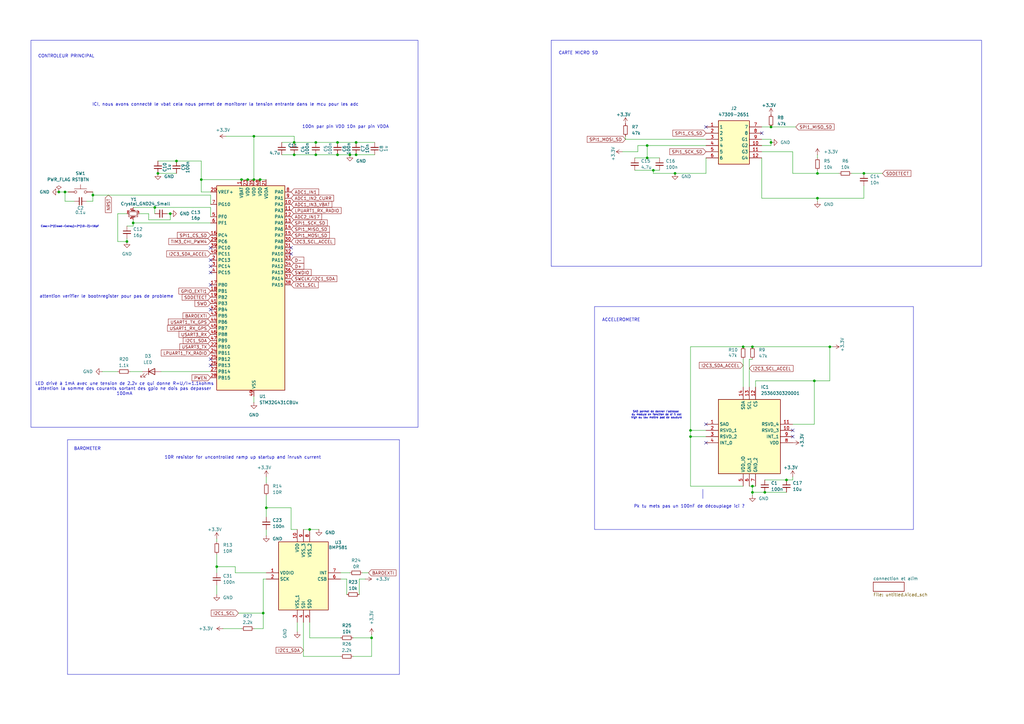
<source format=kicad_sch>
(kicad_sch (version 20231120) (generator "eeschema") (generator_version "8.0")
  (paper "A3")
  (lib_symbols
    (symbol "Device:C_Small" (pin_numbers hide) (pin_names (offset 0.254) hide)
      (property "Reference" "C" (at 0.254 1.778 0))
      (property "Value" "C_Small" (at 0.254 -2.032 0))
      (symbol "C_Small_0_1"
        (polyline (pts (xy -1.524 -0.508) (xy 1.524 -0.508)) (stroke (width 0.3302)))
        (polyline (pts (xy -1.524 0.508) (xy 1.524 0.508)) (stroke (width 0.3048)))
      )
      (symbol "C_Small_1_1"
        (pin passive line (at 0 2.54 270) (length 2.032) (name "~") (number "1"))
        (pin passive line (at 0 -2.54 90) (length 2.032) (name "~") (number "2"))
      )
    )
    (symbol "Device:Crystal_GND24_Small" (pin_names (offset 1.016) hide)
      (property "Reference" "Y" (at 1.27 4.445 0))
      (property "Value" "Crystal_GND24_Small" (at 1.27 2.54 0))
      (symbol "Crystal_GND24_Small_0_1"
        (rectangle (start -0.762 -1.524) (end 0.762 1.524))
        (polyline (pts (xy -1.27 -0.762) (xy -1.27 0.762)) (stroke (width 0.381)))
        (polyline (pts (xy 1.27 -0.762) (xy 1.27 0.762)) (stroke (width 0.381)))
        (polyline (pts (xy -1.27 -1.27) (xy -1.27 -1.905) (xy 1.27 -1.905) (xy 1.27 -1.27)))
        (polyline (pts (xy -1.27 1.27) (xy -1.27 1.905) (xy 1.27 1.905) (xy 1.27 1.27)))
      )
      (symbol "Crystal_GND24_Small_1_1"
        (pin passive line (at -2.54 0 0) (length 1.27) (name "1") (number "1"))
        (pin passive line (at 0 -2.54 90) (length 0.635) (name "2") (number "2"))
        (pin passive line (at 2.54 0 180) (length 1.27) (name "3") (number "3"))
        (pin passive line (at 0 2.54 270) (length 0.635) (name "4") (number "4"))
      )
    )
    (symbol "Device:LED" (pin_numbers hide) (pin_names (offset 1.016) hide)
      (property "Reference" "D" (at 0 2.54 0))
      (property "Value" "LED" (at 0 -2.54 0))
      (symbol "LED_0_1"
        (polyline (pts (xy -1.27 -1.27) (xy -1.27 1.27)) (stroke (width 0.254)))
        (polyline (pts (xy -1.27 0) (xy 1.27 0)))
        (polyline (pts (xy 1.27 -1.27) (xy 1.27 1.27) (xy -1.27 0) (xy 1.27 -1.27)) (stroke (width 0.254)))
        (polyline (pts (xy -3.048 -0.762) (xy -4.572 -2.286) (xy -3.81 -2.286) (xy -4.572 -2.286) (xy -4.572 -1.524)))
        (polyline (pts (xy -1.778 -0.762) (xy -3.302 -2.286) (xy -2.54 -2.286) (xy -3.302 -2.286) (xy -3.302 -1.524)))
      )
      (symbol "LED_1_1"
        (pin passive line (at -3.81 0 0) (length 2.54) (name "K") (number "1"))
        (pin passive line (at 3.81 0 180) (length 2.54) (name "A") (number "2"))
      )
    )
    (symbol "Device:R_Small" (pin_numbers hide) (pin_names (offset 0.254) hide)
      (property "Reference" "R" (at 0.762 0.508 0))
      (property "Value" "R_Small" (at 0.762 -1.016 0))
      (symbol "R_Small_0_1"
        (rectangle (start -0.762 1.778) (end 0.762 -1.778) (stroke (width 0.2032)))
      )
      (symbol "R_Small_1_1"
        (pin passive line (at 0 2.54 270) (length 0.762) (name "~") (number "1"))
        (pin passive line (at 0 -2.54 90) (length 0.762) (name "~") (number "2"))
      )
    )
    (symbol "MCU_ST_STM32G4:STM32G431CBUx"
      (property "Reference" "U" (at -12.7 44.45 0))
      (property "Value" "STM32G431CBUx" (at 10.16 44.45 0))
      (symbol "STM32G431CBUx_0_1"
        (rectangle (start -12.7 -40.64) (end 15.24 43.18) (stroke (width 0.254)) (fill (type background)))
      )
      (symbol "STM32G431CBUx_1_1"
        (pin power_in line (at -2.54 45.72 270) (length 2.54) (name "VBAT") (number "1"))
        (pin bidirectional line (at 17.78 35.56 180) (length 2.54) (name "PA2") (number "10"))
        (pin bidirectional line (at 17.78 33.02 180) (length 2.54) (name "PA3") (number "11"))
        (pin bidirectional line (at 17.78 30.48 180) (length 2.54) (name "PA4") (number "12"))
        (pin bidirectional line (at 17.78 27.94 180) (length 2.54) (name "PA5") (number "13"))
        (pin bidirectional line (at 17.78 25.4 180) (length 2.54) (name "PA6") (number "14"))
        (pin bidirectional line (at 17.78 22.86 180) (length 2.54) (name "PA7") (number "15"))
        (pin bidirectional line (at -15.24 22.86 0) (length 2.54) (name "PC4") (number "16"))
        (pin bidirectional line (at -15.24 2.54 0) (length 2.54) (name "PB0") (number "17"))
        (pin bidirectional line (at -15.24 0 0) (length 2.54) (name "PB1") (number "18"))
        (pin bidirectional line (at -15.24 -2.54 0) (length 2.54) (name "PB2") (number "19"))
        (pin bidirectional line (at -15.24 12.7 0) (length 2.54) (name "PC13") (number "2"))
        (pin input line (at -15.24 40.64 0) (length 2.54) (name "VREF+") (number "20"))
        (pin power_in line (at 7.62 45.72 270) (length 2.54) (name "VDDA") (number "21"))
        (pin bidirectional line (at -15.24 -22.86 0) (length 2.54) (name "PB10") (number "22"))
        (pin power_in line (at 0 45.72 270) (length 2.54) (name "VDD") (number "23"))
        (pin bidirectional line (at -15.24 -25.4 0) (length 2.54) (name "PB11") (number "24"))
        (pin bidirectional line (at -15.24 -27.94 0) (length 2.54) (name "PB12") (number "25"))
        (pin bidirectional line (at -15.24 -30.48 0) (length 2.54) (name "PB13") (number "26"))
        (pin bidirectional line (at -15.24 -33.02 0) (length 2.54) (name "PB14") (number "27"))
        (pin bidirectional line (at -15.24 -35.56 0) (length 2.54) (name "PB15") (number "28"))
        (pin bidirectional line (at -15.24 20.32 0) (length 2.54) (name "PC6") (number "29"))
        (pin bidirectional line (at -15.24 10.16 0) (length 2.54) (name "PC14") (number "3"))
        (pin bidirectional line (at 17.78 20.32 180) (length 2.54) (name "PA8") (number "30"))
        (pin bidirectional line (at 17.78 17.78 180) (length 2.54) (name "PA9") (number "31"))
        (pin bidirectional line (at 17.78 15.24 180) (length 2.54) (name "PA10") (number "32"))
        (pin bidirectional line (at 17.78 12.7 180) (length 2.54) (name "PA11") (number "33"))
        (pin bidirectional line (at 17.78 10.16 180) (length 2.54) (name "PA12") (number "34"))
        (pin power_in line (at 2.54 45.72 270) (length 2.54) (name "VDD") (number "35"))
        (pin bidirectional line (at 17.78 7.62 180) (length 2.54) (name "PA13") (number "36"))
        (pin bidirectional line (at 17.78 5.08 180) (length 2.54) (name "PA14") (number "37"))
        (pin bidirectional line (at 17.78 2.54 180) (length 2.54) (name "PA15") (number "38"))
        (pin bidirectional line (at -15.24 17.78 0) (length 2.54) (name "PC10") (number "39"))
        (pin bidirectional line (at -15.24 7.62 0) (length 2.54) (name "PC15") (number "4"))
        (pin bidirectional line (at -15.24 15.24 0) (length 2.54) (name "PC11") (number "40"))
        (pin bidirectional line (at -15.24 -5.08 0) (length 2.54) (name "PB3") (number "41"))
        (pin bidirectional line (at -15.24 -7.62 0) (length 2.54) (name "PB4") (number "42"))
        (pin bidirectional line (at -15.24 -10.16 0) (length 2.54) (name "PB5") (number "43"))
        (pin bidirectional line (at -15.24 -12.7 0) (length 2.54) (name "PB6") (number "44"))
        (pin bidirectional line (at -15.24 -15.24 0) (length 2.54) (name "PB7") (number "45"))
        (pin bidirectional line (at -15.24 -17.78 0) (length 2.54) (name "PB8") (number "46"))
        (pin bidirectional line (at -15.24 -20.32 0) (length 2.54) (name "PB9") (number "47"))
        (pin power_in line (at 5.08 45.72 270) (length 2.54) (name "VDD") (number "48"))
        (pin power_in line (at 2.54 -43.18 90) (length 2.54) (name "VSS") (number "49"))
        (pin bidirectional line (at -15.24 30.48 0) (length 2.54) (name "PF0") (number "5"))
        (pin bidirectional line (at -15.24 27.94 0) (length 2.54) (name "PF1") (number "6"))
        (pin bidirectional line (at -15.24 35.56 0) (length 2.54) (name "PG10") (number "7"))
        (pin bidirectional line (at 17.78 40.64 180) (length 2.54) (name "PA0") (number "8"))
        (pin bidirectional line (at 17.78 38.1 180) (length 2.54) (name "PA1") (number "9"))
      )
    )
    (symbol "Switch:SW_Push" (pin_numbers hide) (pin_names (offset 1.016) hide)
      (property "Reference" "SW" (at 1.27 2.54 0))
      (property "Value" "SW_Push" (at 0 -1.524 0))
      (symbol "SW_Push_0_1"
        (circle (center -2.032 0) (radius 0.508))
        (polyline (pts (xy 0 1.27) (xy 0 3.048)))
        (polyline (pts (xy 2.54 1.27) (xy -2.54 1.27)))
        (circle (center 2.032 0) (radius 0.508))
        (pin passive line (at -5.08 0 0) (length 2.54) (name "1") (number "1"))
        (pin passive line (at 5.08 0 180) (length 2.54) (name "2") (number "2"))
      )
    )
    (symbol "WSEN-ISDS:2536030320001"
      (property "Reference" "IC" (at 31.75 15.24 0))
      (property "Value" "2536030320001" (at 31.75 12.7 0))
      (symbol "2536030320001_1_1"
        (rectangle (start 5.08 10.16) (end 30.48 -20.32) (stroke (width 0.254)) (fill (type background)))
        (pin passive line (at 0 0 0) (length 5.08) (name "SAO") (number "1"))
        (pin passive line (at 35.56 -2.54 180) (length 5.08) (name "RSVD_3") (number "10"))
        (pin passive line (at 35.56 0 180) (length 5.08) (name "RSVD_4") (number "11"))
        (pin passive line (at 20.32 15.24 270) (length 5.08) (name "CS") (number "12"))
        (pin passive line (at 17.78 15.24 270) (length 5.08) (name "SCL") (number "13"))
        (pin passive line (at 15.24 15.24 270) (length 5.08) (name "SDA") (number "14"))
        (pin passive line (at 0 -2.54 0) (length 5.08) (name "RSVD_1") (number "2"))
        (pin passive line (at 0 -5.08 0) (length 5.08) (name "RSVD_2") (number "3"))
        (pin passive line (at 0 -7.62 0) (length 5.08) (name "INT_0") (number "4"))
        (pin passive line (at 15.24 -25.4 90) (length 5.08) (name "VDD_IO") (number "5"))
        (pin passive line (at 17.78 -25.4 90) (length 5.08) (name "GND_1") (number "6"))
        (pin passive line (at 20.32 -25.4 90) (length 5.08) (name "GND_2") (number "7"))
        (pin passive line (at 35.56 -7.62 180) (length 5.08) (name "VDD") (number "8"))
        (pin passive line (at 35.56 -5.08 180) (length 5.08) (name "INT_1") (number "9"))
      )
    )
    (symbol "bmp581:BMP581"
      (property "Reference" "U" (at 26.67 17.78 0))
      (property "Value" "BMP581" (at 26.67 15.24 0))
      (symbol "BMP581_1_1"
        (rectangle (start 5.08 12.7) (end 25.4 -15.24) (stroke (width 0.254)) (fill (type background)))
        (pin passive line (at 0 0 0) (length 5.08) (name "VDDIO") (number "1"))
        (pin passive line (at 12.7 17.78 270) (length 5.08) (name "VDD") (number "10"))
        (pin passive line (at 0 -2.54 0) (length 5.08) (name "SCK") (number "2"))
        (pin passive line (at 12.7 -20.32 90) (length 5.08) (name "VSS_1") (number "3"))
        (pin passive line (at 15.24 -20.32 90) (length 5.08) (name "SDI") (number "4"))
        (pin passive line (at 17.78 -20.32 90) (length 5.08) (name "SDO") (number "5"))
        (pin passive line (at 30.48 -2.54 180) (length 5.08) (name "CSB") (number "6"))
        (pin passive line (at 30.48 0 180) (length 5.08) (name "INT") (number "7"))
        (pin passive line (at 17.78 17.78 270) (length 5.08) (name "VSS_2") (number "8"))
        (pin passive line (at 15.24 17.78 270) (length 5.08) (name "VSS_3") (number "9"))
      )
    )
    (symbol "molex 47309-2651:47309-2651"
      (property "Reference" "J" (at 19.05 7.62 0))
      (property "Value" "47309-2651" (at 19.05 5.08 0))
      (symbol "47309-2651_1_1"
        (rectangle (start 5.08 2.54) (end 17.78 -15.24) (stroke (width 0.254)) (fill (type background)))
        (pin passive line (at 0 0 0) (length 5.08) (name "1") (number "1"))
        (pin passive line (at 22.86 -7.62 180) (length 5.08) (name "G2") (number "10"))
        (pin passive line (at 22.86 -10.16 180) (length 5.08) (name "G3") (number "11"))
        (pin passive line (at 22.86 -12.7 180) (length 5.08) (name "G4") (number "12"))
        (pin passive line (at 0 -2.54 0) (length 5.08) (name "2") (number "2"))
        (pin passive line (at 0 -5.08 0) (length 5.08) (name "3") (number "3"))
        (pin passive line (at 0 -7.62 0) (length 5.08) (name "4") (number "4"))
        (pin passive line (at 0 -10.16 0) (length 5.08) (name "5") (number "5"))
        (pin passive line (at 0 -12.7 0) (length 5.08) (name "6") (number "6"))
        (pin passive line (at 22.86 0 180) (length 5.08) (name "7") (number "7"))
        (pin passive line (at 22.86 -2.54 180) (length 5.08) (name "8") (number "8"))
        (pin passive line (at 22.86 -5.08 180) (length 5.08) (name "G1") (number "9"))
      )
    )
    (symbol "power:+3.3V" (power) (pin_numbers hide) (pin_names (offset 0) hide)
      (property "Value" "+3.3V" (at 0 3.556 0))
      (symbol "+3.3V_0_1"
        (polyline (pts (xy -0.762 1.27) (xy 0 2.54)))
        (polyline (pts (xy 0 0) (xy 0 2.54)))
        (polyline (pts (xy 0 2.54) (xy 0.762 1.27)))
      )
      (symbol "+3.3V_1_1"
        (pin power_in line (at 0 0 90) (length 0) (name "~") (number "1"))
      )
    )
    (symbol "power:GND" (power) (pin_numbers hide) (pin_names (offset 0) hide)
      (property "Value" "GND" (at 0 -3.81 0))
      (symbol "GND_0_1"
        (polyline (pts (xy 0 0) (xy 0 -1.27) (xy 1.27 -1.27) (xy 0 -2.54) (xy -1.27 -1.27) (xy 0 -1.27)))
      )
      (symbol "GND_1_1"
        (pin power_in line (at 0 0 270) (length 0) (name "~") (number "1"))
      )
    )
    (symbol "power:PWR_FLAG" (power) (pin_numbers hide) (pin_names (offset 0) hide)
      (property "Value" "PWR_FLAG" (at 0 3.81 0))
      (symbol "PWR_FLAG_0_0"
        (pin power_out line (at 0 0 90) (length 0) (name "~") (number "1"))
      )
      (symbol "PWR_FLAG_0_1"
        (polyline (pts (xy 0 0) (xy 0 1.27) (xy -1.016 1.905) (xy 0 2.54) (xy 1.016 1.905) (xy 0 1.27)))
      )
    )
  )
  (junction (at 313.69 201.93))
  (junction (at 276.86 71.12))
  (junction (at 283.21 176.53))
  (junction (at 88.9 232.41))
  (junction (at 82.55 73.66))
  (junction (at 107.95 251.46))
  (junction (at 146.05 63.5))
  (junction (at 152.4 261.62))
  (junction (at 265.43 64.77))
  (junction (at 316.23 58.42))
  (junction (at 308.61 142.24))
  (junction (at 308.61 201.93))
  (junction (at 138.43 58.42))
  (junction (at 138.43 63.5))
  (junction (at 104.14 55.88))
  (junction (at 120.65 63.5))
  (junction (at 69.85 87.63))
  (junction (at 26.67 78.74))
  (junction (at 54.61 91.44))
  (junction (at 64.77 71.12))
  (junction (at 127 217.17))
  (junction (at 334.01 156.21))
  (junction (at 120.65 58.42))
  (junction (at 335.28 71.12))
  (junction (at 143.51 63.5))
  (junction (at 340.36 142.24))
  (junction (at 129.54 58.42))
  (junction (at 308.61 199.39))
  (junction (at 267.97 69.85))
  (junction (at 304.8 142.24))
  (junction (at 283.21 179.07))
  (junction (at 63.5 85.09))
  (junction (at 104.14 73.66))
  (junction (at 354.33 71.12))
  (junction (at 146.05 58.42))
  (junction (at 24.13 78.74))
  (junction (at 99.06 73.66))
  (junction (at 106.68 73.66))
  (junction (at 101.6 73.66))
  (junction (at 52.07 99.06))
  (junction (at 38.1 80.01))
  (junction (at 316.23 52.07))
  (junction (at 335.28 81.28))
  (junction (at 109.22 208.28))
  (junction (at 72.39 66.04))
  (junction (at 265.43 59.69))
  (junction (at 129.54 63.5))
  (junction (at 322.58 196.85))
  (no_connect (at 86.36 106.68))
  (no_connect (at 119.38 101.6))
  (no_connect (at 289.56 52.07))
  (no_connect (at 86.36 127))
  (no_connect (at 325.12 176.53))
  (no_connect (at 86.36 111.76))
  (no_connect (at 86.36 116.84))
  (no_connect (at 325.12 179.07))
  (no_connect (at 289.56 181.61))
  (no_connect (at 86.36 147.32))
  (no_connect (at 289.56 173.99))
  (no_connect (at 86.36 101.6))
  (no_connect (at 86.36 149.86))
  (no_connect (at 86.36 109.22))
  (no_connect (at 119.38 104.14))
  (no_connect (at 312.42 54.61))
  (wire (pts (xy 48.26 99.06) (xy 52.07 99.06)))
  (wire (pts (xy 60.96 90.17) (xy 69.85 90.17)))
  (wire (pts (xy 308.61 199.39) (xy 308.61 201.93)))
  (wire (pts (xy 129.54 63.5) (xy 138.43 63.5)))
  (wire (pts (xy 88.9 220.98) (xy 88.9 222.25)))
  (wire (pts (xy 106.68 73.66) (xy 109.22 73.66)))
  (wire (pts (xy 60.96 87.63) (xy 60.96 90.17)))
  (wire (pts (xy 147.32 237.49) (xy 149.86 237.49)))
  (wire (pts (xy 69.85 90.17) (xy 69.85 87.63)))
  (wire (pts (xy 138.43 63.5) (xy 143.51 63.5)))
  (wire (pts (xy 144.78 261.62) (xy 152.4 261.62)))
  (wire (pts (xy 335.28 71.12) (xy 344.17 71.12)))
  (wire (pts (xy 334.01 156.21) (xy 340.36 156.21)))
  (wire (pts (xy 115.57 63.5) (xy 120.65 63.5)))
  (wire (pts (xy 88.9 240.03) (xy 88.9 243.84)))
  (wire (pts (xy 109.22 234.95) (xy 96.52 234.95)))
  (wire (pts (xy 119.38 208.28) (xy 109.22 208.28)))
  (wire (pts (xy 308.61 201.93) (xy 313.69 201.93)))
  (wire (pts (xy 26.67 78.74) (xy 27.94 78.74)))
  (wire (pts (xy 152.4 269.24) (xy 152.4 261.62)))
  (wire (pts (xy 283.21 179.07) (xy 283.21 176.53)))
  (wire (pts (xy 109.22 208.28) (xy 109.22 212.09)))
  (wire (pts (xy 322.58 196.85) (xy 325.12 196.85)))
  (wire (pts (xy 325.12 195.58) (xy 325.12 196.85)))
  (wire (pts (xy 86.36 85.09) (xy 86.36 88.9)))
  (wire (pts (xy 101.6 73.66) (xy 104.14 73.66)))
  (wire (pts (xy 64.77 71.12) (xy 72.39 71.12)))
  (wire (pts (xy 86.36 78.74) (xy 82.55 78.74)))
  (wire (pts (xy 120.65 55.88) (xy 120.65 58.42)))
  (wire (pts (xy 96.52 234.95) (xy 96.52 232.41)))
  (wire (pts (xy 115.57 58.42) (xy 120.65 58.42)))
  (wire (pts (xy 35.56 82.55) (xy 38.1 82.55)))
  (wire (pts (xy 307.34 147.32) (xy 308.61 147.32)))
  (wire (pts (xy 53.34 152.4) (xy 58.42 152.4)))
  (wire (pts (xy 325.12 62.23) (xy 325.12 71.12)))
  (wire (pts (xy 335.28 81.28) (xy 335.28 82.55)))
  (wire (pts (xy 38.1 80.01) (xy 38.1 82.55)))
  (wire (pts (xy 261.62 62.23) (xy 261.62 59.69)))
  (wire (pts (xy 63.5 85.09) (xy 63.5 87.63)))
  (wire (pts (xy 57.15 87.63) (xy 60.96 87.63)))
  (wire (pts (xy 26.67 82.55) (xy 26.67 78.74)))
  (wire (pts (xy 52.07 97.79) (xy 52.07 99.06)))
  (wire (pts (xy 109.22 195.58) (xy 109.22 198.12)))
  (wire (pts (xy 109.22 203.2) (xy 109.22 208.28)))
  (wire (pts (xy 121.92 255.27) (xy 121.92 259.08)))
  (wire (pts (xy 127 261.62) (xy 139.7 261.62)))
  (wire (pts (xy 54.61 91.44) (xy 86.36 91.44)))
  (wire (pts (xy 283.21 179.07) (xy 289.56 179.07)))
  (wire (pts (xy 38.1 80.01) (xy 86.36 80.01)))
  (wire (pts (xy 283.21 176.53) (xy 289.56 176.53)))
  (wire (pts (xy 99.06 73.66) (xy 101.6 73.66)))
  (wire (pts (xy 307.34 199.39) (xy 308.61 199.39)))
  (wire (pts (xy 308.61 199.39) (xy 309.88 199.39)))
  (wire (pts (xy 325.12 71.12) (xy 335.28 71.12)))
  (wire (pts (xy 325.12 173.99) (xy 334.01 173.99)))
  (wire (pts (xy 104.14 162.56) (xy 104.14 165.1)))
  (wire (pts (xy 142.24 243.84) (xy 142.24 237.49)))
  (wire (pts (xy 316.23 58.42) (xy 316.23 57.15)))
  (wire (pts (xy 316.23 59.69) (xy 316.23 58.42)))
  (wire (pts (xy 127 217.17) (xy 130.81 217.17)))
  (wire (pts (xy 104.14 73.66) (xy 106.68 73.66)))
  (wire (pts (xy 283.21 142.24) (xy 304.8 142.24)))
  (wire (pts (xy 88.9 232.41) (xy 88.9 234.95)))
  (wire (pts (xy 88.9 227.33) (xy 88.9 232.41)))
  (wire (pts (xy 316.23 52.07) (xy 312.42 52.07)))
  (wire (pts (xy 64.77 66.04) (xy 72.39 66.04)))
  (wire (pts (xy 52.07 92.71) (xy 54.61 92.71)))
  (polyline (pts (xy 288.29 200.66) (xy 288.29 204.47)))
  (wire (pts (xy 256.54 57.15) (xy 256.54 55.88)))
  (wire (pts (xy 256.54 57.15) (xy 289.56 57.15)))
  (wire (pts (xy 312.42 81.28) (xy 312.42 64.77)))
  (wire (pts (xy 334.01 173.99) (xy 334.01 156.21)))
  (wire (pts (xy 120.65 63.5) (xy 129.54 63.5)))
  (wire (pts (xy 104.14 55.88) (xy 120.65 55.88)))
  (wire (pts (xy 313.69 196.85) (xy 322.58 196.85)))
  (wire (pts (xy 54.61 91.44) (xy 54.61 90.17)))
  (wire (pts (xy 267.97 69.85) (xy 270.51 69.85)))
  (wire (pts (xy 146.05 58.42) (xy 153.67 58.42)))
  (wire (pts (xy 142.24 237.49) (xy 139.7 237.49)))
  (wire (pts (xy 68.58 87.63) (xy 69.85 87.63)))
  (wire (pts (xy 308.61 201.93) (xy 308.61 203.2)))
  (wire (pts (xy 349.25 71.12) (xy 354.33 71.12)))
  (wire (pts (xy 54.61 85.09) (xy 63.5 85.09)))
  (wire (pts (xy 307.34 158.75) (xy 307.34 147.32)))
  (wire (pts (xy 63.5 85.09) (xy 86.36 85.09)))
  (wire (pts (xy 335.28 63.5) (xy 335.28 64.77)))
  (wire (pts (xy 82.55 73.66) (xy 99.06 73.66)))
  (wire (pts (xy 309.88 156.21) (xy 334.01 156.21)))
  (wire (pts (xy 340.36 142.24) (xy 341.63 142.24)))
  (wire (pts (xy 312.42 59.69) (xy 316.23 59.69)))
  (wire (pts (xy 308.61 142.24) (xy 340.36 142.24)))
  (wire (pts (xy 66.04 152.4) (xy 86.36 152.4)))
  (wire (pts (xy 151.13 234.95) (xy 148.59 234.95)))
  (wire (pts (xy 96.52 232.41) (xy 88.9 232.41)))
  (wire (pts (xy 82.55 78.74) (xy 82.55 73.66)))
  (wire (pts (xy 340.36 156.21) (xy 340.36 142.24)))
  (wire (pts (xy 24.13 78.74) (xy 26.67 78.74)))
  (wire (pts (xy 124.46 255.27) (xy 124.46 269.24)))
  (wire (pts (xy 82.55 66.04) (xy 72.39 66.04)))
  (wire (pts (xy 304.8 142.24) (xy 308.61 142.24)))
  (wire (pts (xy 38.1 78.74) (xy 38.1 80.01)))
  (wire (pts (xy 139.7 234.95) (xy 143.51 234.95)))
  (wire (pts (xy 260.35 69.85) (xy 267.97 69.85)))
  (wire (pts (xy 289.56 71.12) (xy 276.86 71.12)))
  (wire (pts (xy 335.28 81.28) (xy 312.42 81.28)))
  (wire (pts (xy 30.48 82.55) (xy 26.67 82.55)))
  (wire (pts (xy 289.56 59.69) (xy 265.43 59.69)))
  (wire (pts (xy 104.14 257.81) (xy 107.95 257.81)))
  (wire (pts (xy 354.33 81.28) (xy 335.28 81.28)))
  (wire (pts (xy 52.07 87.63) (xy 48.26 87.63)))
  (wire (pts (xy 267.97 71.12) (xy 267.97 69.85)))
  (wire (pts (xy 147.32 243.84) (xy 147.32 237.49)))
  (wire (pts (xy 354.33 71.12) (xy 361.95 71.12)))
  (wire (pts (xy 138.43 58.42) (xy 146.05 58.42)))
  (wire (pts (xy 124.46 269.24) (xy 139.7 269.24)))
  (wire (pts (xy 107.95 251.46) (xy 97.79 251.46)))
  (wire (pts (xy 91.44 257.81) (xy 99.06 257.81)))
  (wire (pts (xy 261.62 59.69) (xy 265.43 59.69)))
  (wire (pts (xy 41.91 152.4) (xy 48.26 152.4)))
  (wire (pts (xy 143.51 63.5) (xy 146.05 63.5)))
  (wire (pts (xy 276.86 71.12) (xy 267.97 71.12)))
  (wire (pts (xy 86.36 80.01) (xy 86.36 83.82)))
  (wire (pts (xy 119.38 217.17) (xy 119.38 208.28)))
  (wire (pts (xy 146.05 63.5) (xy 153.67 63.5)))
  (wire (pts (xy 335.28 69.85) (xy 335.28 71.12)))
  (wire (pts (xy 82.55 73.66) (xy 82.55 66.04)))
  (wire (pts (xy 109.22 217.17) (xy 109.22 219.71)))
  (wire (pts (xy 127 255.27) (xy 127 261.62)))
  (wire (pts (xy 129.54 58.42) (xy 138.43 58.42)))
  (wire (pts (xy 107.95 237.49) (xy 107.95 251.46)))
  (wire (pts (xy 313.69 201.93) (xy 322.58 201.93)))
  (wire (pts (xy 152.4 261.62) (xy 152.4 260.35)))
  (wire (pts (xy 109.22 237.49) (xy 107.95 237.49)))
  (wire (pts (xy 316.23 57.15) (xy 312.42 57.15)))
  (wire (pts (xy 104.14 55.88) (xy 104.14 73.66)))
  (wire (pts (xy 92.71 55.88) (xy 104.14 55.88)))
  (wire (pts (xy 312.42 62.23) (xy 325.12 62.23)))
  (wire (pts (xy 54.61 92.71) (xy 54.61 91.44)))
  (wire (pts (xy 309.88 158.75) (xy 309.88 156.21)))
  (wire (pts (xy 289.56 64.77) (xy 289.56 71.12)))
  (wire (pts (xy 326.39 52.07) (xy 316.23 52.07)))
  (wire (pts (xy 265.43 64.77) (xy 270.51 64.77)))
  (wire (pts (xy 144.78 269.24) (xy 152.4 269.24)))
  (wire (pts (xy 255.27 62.23) (xy 261.62 62.23)))
  (wire (pts (xy 107.95 257.81) (xy 107.95 251.46)))
  (wire (pts (xy 265.43 59.69) (xy 265.43 64.77)))
  (wire (pts (xy 48.26 87.63) (xy 48.26 99.06)))
  (wire (pts (xy 121.92 217.17) (xy 119.38 217.17)))
  (wire (pts (xy 283.21 179.07) (xy 283.21 199.39)))
  (wire (pts (xy 260.35 64.77) (xy 265.43 64.77)))
  (wire (pts (xy 304.8 199.39) (xy 283.21 199.39)))
  (wire (pts (xy 124.46 217.17) (xy 127 217.17)))
  (wire (pts (xy 283.21 176.53) (xy 283.21 142.24)))
  (wire (pts (xy 304.8 147.32) (xy 304.8 158.75)))
  (wire (pts (xy 120.65 58.42) (xy 129.54 58.42)))
  (wire (pts (xy 354.33 76.2) (xy 354.33 81.28)))
  (rectangle (start 27.686 180.34) (end 163.83 276.606))
  (rectangle (start 243.84 125.73) (end 374.65 217.17))
  (rectangle (start 12.7 16.51) (end 171.45 175.26))
  (rectangle (start 226.06 16.51) (end 402.59 109.22))
  (text "Cosc=2*(Cload-Cstray)=2*(10-2)=16pF\n" (at 28.702 92.964 0) (effects (font (size 0.762 0.762))))
  (text "BAROMETER\n" (at 35.814 184.15 0) (effects (font (size 1.27 1.27))))
  (text "10R resistor for uncontrolled ramp up startup and inrush current" (at 99.568 187.706 0) (effects (font (size 1.27 1.27))))
  (text "LED drivé à 1mA avec une tension de 2.2v ce qui donne R=U/I=1.1kohms\nattention la somme des courants sortant des gpio ne dois pas depasser\n100mA" (at 51.054 159.512 0) (effects (font (size 1.27 1.27))))
  (text "CONTROLEUR PRINCIPAL" (at 27.178 23.114 0) (effects (font (size 1.27 1.27))))
  (text "CARTE MICRO SD" (at 237.236 21.844 0) (effects (font (size 1.27 1.27))))
  (text "SAO permet de donner l'adresse\n du module en fonction de si il est\n high ou low mettre pad de soudure" (at 268.986 170.18 0) (effects (font (size 0.762 0.762))))
  (text "ICI, nous avons connecté le vbat cela nous permet de monitorer la tension entrante dans le mcu pour les adc" (at 92.456 42.926 0) (effects (font (size 1.27 1.27))))
  (text "Pk tu mets pas un 100nF de découplage ici ?" (at 282.702 207.772 0) (effects (font (size 1.27 1.27))))
  (text "100n par pin VDD 10n par pin VDDA" (at 141.732 52.07 0) (effects (font (size 1.27 1.27))))
  (text "ACCELEROMETRE" (at 254.762 131.318 0) (effects (font (size 1.27 1.27))))
  (text "attention verifier le bootnregister pour pas de probleme" (at 43.688 121.666 0) (effects (font (size 1.27 1.27))))
  (global_label "D+" (shape input) (at 119.38 109.22 0) (property "Intersheetrefs" "${INTERSHEET_REFS}" (effects (hide yes))))
  (global_label "SWO" (shape input) (at 86.36 124.46 180) (property "Intersheetrefs" "${INTERSHEET_REFS}" (effects (hide yes))))
  (global_label "SPI1_CS_SD" (shape input) (at 86.36 96.52 180) (property "Intersheetrefs" "${INTERSHEET_REFS}" (effects (hide yes))))
  (global_label "USART1_TX_GPS" (shape input) (at 86.36 132.08 180) (property "Intersheetrefs" "${INTERSHEET_REFS}" (effects (hide yes))))
  (global_label "SPI1_MOSI_SD" (shape input) (at 256.54 57.15 180) (property "Intersheetrefs" "${INTERSHEET_REFS}" (effects (hide yes))))
  (global_label "LPUART1_RX_RADIO" (shape input) (at 119.38 86.36 0) (property "Intersheetrefs" "${INTERSHEET_REFS}" (effects (hide yes))))
  (global_label "BAROEXTI" (shape input) (at 86.36 129.54 180) (property "Intersheetrefs" "${INTERSHEET_REFS}" (effects (hide yes))))
  (global_label "I2C1_SCL" (shape input) (at 119.38 116.84 0) (property "Intersheetrefs" "${INTERSHEET_REFS}" (effects (hide yes))))
  (global_label "I2C3_SDA_ACCEL" (shape input) (at 304.8 149.86 180) (property "Intersheetrefs" "${INTERSHEET_REFS}" (effects (hide yes))))
  (global_label "I2C1_SCL" (shape input) (at 97.79 251.46 180) (property "Intersheetrefs" "${INTERSHEET_REFS}" (effects (hide yes))))
  (global_label "I2C1_SDA" (shape input) (at 124.46 266.7 180) (property "Intersheetrefs" "${INTERSHEET_REFS}" (effects (hide yes))))
  (global_label "SPI1_SCK_SD" (shape input) (at 289.56 62.23 180) (property "Intersheetrefs" "${INTERSHEET_REFS}" (effects (hide yes))))
  (global_label "ADC1_IN3_VBAT" (shape input) (at 119.38 83.82 0) (property "Intersheetrefs" "${INTERSHEET_REFS}" (effects (hide yes))))
  (global_label "I2C3_SCL_ACCEL" (shape input) (at 119.38 99.06 0) (property "Intersheetrefs" "${INTERSHEET_REFS}" (effects (hide yes))))
  (global_label "SWCLK{slash}I2C1_SDA" (shape input) (at 119.38 114.3 0) (property "Intersheetrefs" "${INTERSHEET_REFS}" (effects (hide yes))))
  (global_label "SPI1_MISO_SD" (shape input) (at 326.39 52.07 0) (property "Intersheetrefs" "${INTERSHEET_REFS}" (effects (hide yes))))
  (global_label "USART1_RX_GPS" (shape input) (at 86.36 134.62 180) (property "Intersheetrefs" "${INTERSHEET_REFS}" (effects (hide yes))))
  (global_label "SPI1_MISO_SD" (shape input) (at 119.38 93.98 0) (property "Intersheetrefs" "${INTERSHEET_REFS}" (effects (hide yes))))
  (global_label "I2C3_SDA_ACCEL" (shape input) (at 86.36 104.14 180) (property "Intersheetrefs" "${INTERSHEET_REFS}" (effects (hide yes))))
  (global_label "ADC1_IN1" (shape input) (at 119.38 78.74 0) (property "Intersheetrefs" "${INTERSHEET_REFS}" (effects (hide yes))))
  (global_label "SDDETECT" (shape input) (at 86.36 121.92 180) (property "Intersheetrefs" "${INTERSHEET_REFS}" (effects (hide yes))))
  (global_label "I2C3_SCL_ACCEL" (shape input) (at 307.34 151.13 0) (property "Intersheetrefs" "${INTERSHEET_REFS}" (effects (hide yes))))
  (global_label "TIM3_CHI_PWM4" (shape input) (at 86.36 99.06 180) (property "Intersheetrefs" "${INTERSHEET_REFS}" (effects (hide yes))))
  (global_label "BAROEXTI" (shape input) (at 151.13 234.95 0) (property "Intersheetrefs" "${INTERSHEET_REFS}" (effects (hide yes))))
  (global_label "NRST" (shape input) (at 44.45 80.01 270) (property "Intersheetrefs" "${INTERSHEET_REFS}" (effects (hide yes))))
  (global_label "I2C1_SDA" (shape input) (at 86.36 139.7 180) (property "Intersheetrefs" "${INTERSHEET_REFS}" (effects (hide yes))))
  (global_label "SPI1_SCK_SD" (shape input) (at 119.38 91.44 0) (property "Intersheetrefs" "${INTERSHEET_REFS}" (effects (hide yes))))
  (global_label "SDDETECT" (shape input) (at 361.95 71.12 0) (property "Intersheetrefs" "${INTERSHEET_REFS}" (effects (hide yes))))
  (global_label "USART3_TX" (shape input) (at 86.36 142.24 180) (property "Intersheetrefs" "${INTERSHEET_REFS}" (effects (hide yes))))
  (global_label "SWDIO" (shape input) (at 119.38 111.76 0) (property "Intersheetrefs" "${INTERSHEET_REFS}" (effects (hide yes))))
  (global_label "GPIO_EXTI1" (shape input) (at 86.36 119.38 180) (property "Intersheetrefs" "${INTERSHEET_REFS}" (effects (hide yes))))
  (global_label "D-" (shape input) (at 119.38 106.68 0) (property "Intersheetrefs" "${INTERSHEET_REFS}" (effects (hide yes))))
  (global_label "ADC2_IN17" (shape input) (at 119.38 88.9 0) (property "Intersheetrefs" "${INTERSHEET_REFS}" (effects (hide yes))))
  (global_label "SPI1_MOSI_SD" (shape input) (at 119.38 96.52 0) (property "Intersheetrefs" "${INTERSHEET_REFS}" (effects (hide yes))))
  (global_label "ADC1_IN2_CURR" (shape input) (at 119.38 81.28 0) (property "Intersheetrefs" "${INTERSHEET_REFS}" (effects (hide yes))))
  (global_label "LPUART1_TX_RADIO" (shape input) (at 86.36 144.78 180) (property "Intersheetrefs" "${INTERSHEET_REFS}" (effects (hide yes))))
  (global_label "USART3_RX" (shape input) (at 86.36 137.16 180) (property "Intersheetrefs" "${INTERSHEET_REFS}" (effects (hide yes))))
  (global_label "PWEN" (shape input) (at 86.36 154.94 180) (property "Intersheetrefs" "${INTERSHEET_REFS}" (effects (hide yes))))
  (global_label "SPI1_CS_SD" (shape input) (at 289.56 54.61 180) (property "Intersheetrefs" "${INTERSHEET_REFS}" (effects (hide yes))))
  (symbol (lib_id "power:GND") (at 52.07 99.06 0) (unit 1)
    (property "Reference" "#PWR012" (effects (hide yes)))
    (property "Value" "GND" (at 52.07 104.14 0))
    (property "Description" "Power symbol creates a global label with name \"GND\" , ground" (effects (hide yes)))
  )
  (symbol (lib_id "Device:R_Small") (at 304.8 144.78 180) (unit 1)
    (property "Reference" "R10" (at 298.704 143.51 0) (effects (justify right)))
    (property "Value" "47k" (at 298.704 145.796 0) (effects (justify right)))
    (property "Footprint" "Resistor_SMD:R_0402_1005Metric_Pad0.72x0.64mm_HandSolder" (effects (hide yes)))
    (property "Description" "Resistor, small symbol" (effects (hide yes)))
  )
  (symbol (lib_id "power:+3.3V") (at 255.27 62.23 90) (unit 1)
    (property "Reference" "#PWR016" (effects (hide yes)))
    (property "Value" "+3.3V" (at 251.46 66.04 0) (effects (justify left)))
    (property "Description" "Power symbol creates a global label with name \"+3.3V\"" (effects (hide yes)))
  )
  (symbol (lib_id "bmp581:BMP581") (at 109.22 234.95 0) (unit 1)
    (property "Reference" "U3" (at 138.684 222.504 0))
    (property "Value" "BMP581" (at 138.684 224.536 0))
    (property "Footprint" "bmp581:BMP581" (effects (hide yes)))
    (property "Datasheet" "https://www.bosch-sensortec.com/media/boschsensortec/downloads/datasheets/bst-bmp581-ds004.pdf" (effects (hide yes)))
    (property "Description" "Pressure Sensor 4.35PSI ~ 18.13PSI (30kPa ~ 125kPa) Absolute 10-WFLGA" (effects (hide yes)))
    (property "Height" "0.8" (effects (hide yes)))
    (property "Manufacturer_Name" "BOSCH" (effects (hide yes)))
    (property "Manufacturer_Part_Number" "BMP581" (effects (hide yes)))
    (property "Mouser Part Number" "262-BMP581" (effects (hide yes)))
    (property "Mouser Price/Stock" "https://www.mouser.co.uk/ProductDetail/Bosch-Sensortec/BMP581?qs=Li%252BoUPsLEntPL9tlFmcgXg%3D%3D" (effects (hide yes)))
    (property "Arrow Part Number" "BMP581" (effects (hide yes)))
    (property "Arrow Price/Stock" "https://www.arrow.com/en/products/bmp581/bosch?utm_currency=USD&region=nac" (effects (hide yes)))
  )
  (symbol (lib_id "Device:R_Small") (at 109.22 200.66 0) (unit 1)
    (property "Reference" "R14" (at 111.76 199.3899 0) (effects (justify left)))
    (property "Value" "10R" (at 111.76 201.9299 0) (effects (justify left)))
    (property "Footprint" "Resistor_SMD:R_0402_1005Metric_Pad0.72x0.64mm_HandSolder" (effects (hide yes)))
    (property "Description" "Resistor, small symbol" (effects (hide yes)))
  )
  (symbol (lib_id "power:+3.3V") (at 149.86 237.49 270) (unit 1)
    (property "Reference" "#PWR06" (effects (hide yes)))
    (property "Value" "+3.3V" (at 153.924 237.49 90) (effects (justify left)))
    (property "Description" "Power symbol creates a global label with name \"+3.3V\"" (effects (hide yes)))
  )
  (symbol (lib_id "power:+3.3V") (at 152.4 260.35 0) (unit 1)
    (property "Reference" "#PWR02" (effects (hide yes)))
    (property "Value" "+3.3V" (at 152.4 256.286 90) (effects (justify left)))
    (property "Description" "Power symbol creates a global label with name \"+3.3V\"" (effects (hide yes)))
  )
  (symbol (lib_id "molex 47309-2651:47309-2651") (at 289.56 52.07 0) (unit 1)
    (property "Reference" "J2" (at 300.99 44.45 0))
    (property "Value" "47309-2651" (at 300.99 46.99 0))
    (property "Footprint" "molexmicrosd:47309-2651" (effects (hide yes)))
    (property "Datasheet" "http://www.molex.com/webdocs/datasheets/pdf/en-us//0473092651_MEMORY_CARD_SOCKET.pdf" (effects (hide yes)))
    (property "Description" "1 Micro SD Detect switch 2.65mm height" (effects (hide yes)))
    (property "Manufacturer_Name" "Molex" (effects (hide yes)))
    (property "Manufacturer_Part_Number" "47309-2651" (effects (hide yes)))
  )
  (symbol (lib_id "Device:C_Small") (at 66.04 87.63 270) (unit 1)
    (property "Reference" "C13" (at 80.264 87.122 90))
    (property "Value" "16p" (at 80.264 89.408 90))
    (property "Footprint" "Capacitor_SMD:C_0402_1005Metric_Pad0.74x0.62mm_HandSolder" (effects (hide yes)))
    (property "Description" "Unpolarized capacitor, small symbol" (effects (hide yes)))
  )
  (symbol (lib_id "Device:C_Small") (at 129.54 60.96 180) (unit 1)
    (property "Reference" "C5" (at 133.604 60.96 90))
    (property "Value" "100n" (at 135.382 60.96 90))
    (property "Footprint" "Capacitor_SMD:C_0402_1005Metric_Pad0.74x0.62mm_HandSolder" (effects (hide yes)))
    (property "Description" "Unpolarized capacitor, small symbol" (effects (hide yes)))
  )
  (symbol (lib_id "Device:C_Small") (at 52.07 95.25 0) (unit 1)
    (property "Reference" "C12" (at 54.61 93.9862 0) (effects (justify left)))
    (property "Value" "16p" (at 54.61 96.5262 0) (effects (justify left)))
    (property "Footprint" "Capacitor_SMD:C_0402_1005Metric_Pad0.74x0.62mm_HandSolder" (effects (hide yes)))
    (property "Description" "Unpolarized capacitor, small symbol" (effects (hide yes)))
  )
  (symbol (lib_id "WSEN-ISDS:2536030320001") (at 289.56 173.99 0) (unit 1)
    (property "Reference" "IC1" (at 312.0741 158.75 0) (effects (justify left)))
    (property "Value" "2536030320001" (at 312.0741 161.29 0) (effects (justify left)))
    (property "Footprint" "WSEN-ISDS:2536030320001" (effects (hide yes)))
    (property "Datasheet" "https://www.we-online.com/components/products/datasheet/2536030320001.pdf" (effects (hide yes)))
    (property "Description" "IMUs - Inertial Measurement Units WSEN-ISDS IMU 6-axis (Inertial measurement unit) +/-16g, +/-2000 dps,-40 +/- 85C" (effects (hide yes)))
    (property "Height" "0.86" (effects (hide yes)))
    (property "Manufacturer_Name" "Wurth Elektronik" (effects (hide yes)))
    (property "Manufacturer_Part_Number" "2536030320001" (effects (hide yes)))
    (property "Mouser Part Number" "710-2536030320001" (effects (hide yes)))
    (property "Mouser Price/Stock" "https://www.mouser.co.uk/ProductDetail/Wurth-Elektronik/2536030320001?qs=ulEaXIWI0c9qLb0BLguFyA%3D%3D" (effects (hide yes)))
  )
  (symbol (lib_id "Device:C_Small") (at 72.39 68.58 180) (unit 1)
    (property "Reference" "C9" (at 75.184 68.58 90))
    (property "Value" "100n" (at 76.962 68.58 90))
    (property "Footprint" "Capacitor_SMD:C_0402_1005Metric_Pad0.74x0.62mm_HandSolder" (effects (hide yes)))
    (property "Description" "Unpolarized capacitor, small symbol" (effects (hide yes)))
  )
  (symbol (lib_id "power:+3.3V") (at 91.44 257.81 90) (unit 1)
    (property "Reference" "#PWR03" (effects (hide yes)))
    (property "Value" "+3.3V" (at 87.376 257.81 90) (effects (justify left)))
    (property "Description" "Power symbol creates a global label with name \"+3.3V\"" (effects (hide yes)))
  )
  (symbol (lib_id "power:GND") (at 69.85 87.63 90) (unit 1)
    (property "Reference" "#PWR011" (effects (hide yes)))
    (property "Value" "GND" (at 73.66 87.6299 90) (effects (justify right)))
    (property "Description" "Power symbol creates a global label with name \"GND\" , ground" (effects (hide yes)))
  )
  (symbol (lib_id "power:+3.3V") (at 256.54 50.8 0) (unit 1)
    (property "Reference" "#PWR017" (effects (hide yes)))
    (property "Value" "+3.3V" (at 252.73 46.99 0) (effects (justify left)))
    (property "Description" "Power symbol creates a global label with name \"+3.3V\"" (effects (hide yes)))
  )
  (symbol (lib_id "Device:R_Small") (at 88.9 224.79 0) (unit 1)
    (property "Reference" "R13" (at 91.44 223.5199 0) (effects (justify left)))
    (property "Value" "10R" (at 91.44 226.0599 0) (effects (justify left)))
    (property "Footprint" "Resistor_SMD:R_0402_1005Metric_Pad0.72x0.64mm_HandSolder" (effects (hide yes)))
    (property "Description" "Resistor, small symbol" (effects (hide yes)))
  )
  (symbol (lib_id "Device:R_Small") (at 101.6 257.81 90) (unit 1)
    (property "Reference" "R27" (at 101.6 252.73 90))
    (property "Value" "2.2k" (at 101.6 255.27 90))
    (property "Footprint" "Resistor_SMD:R_0402_1005Metric_Pad0.72x0.64mm_HandSolder" (effects (hide yes)))
    (property "Description" "Resistor, small symbol" (effects (hide yes)))
  )
  (symbol (lib_id "power:GND") (at 88.9 243.84 0) (unit 1)
    (property "Reference" "#PWR037" (effects (hide yes)))
    (property "Value" "GND" (at 91.44 245.1099 0) (effects (justify left)))
    (property "Description" "Power symbol creates a global label with name \"GND\" , ground" (effects (hide yes)))
  )
  (symbol (lib_id "power:PWR_FLAG") (at 24.13 78.74 0) (unit 1)
    (property "Reference" "#FLG01" (effects (hide yes)))
    (property "Value" "PWR_FLAG" (at 24.13 73.66 0))
    (property "Description" "Special symbol for telling ERC where power comes from" (effects (hide yes)))
  )
  (symbol (lib_id "Device:C_Small") (at 138.43 60.96 180) (unit 1)
    (property "Reference" "C6" (at 141.224 60.96 90))
    (property "Value" "100n" (at 143.002 60.96 90))
    (property "Footprint" "Capacitor_SMD:C_0402_1005Metric_Pad0.74x0.62mm_HandSolder" (effects (hide yes)))
    (property "Description" "Unpolarized capacitor, small symbol" (effects (hide yes)))
  )
  (symbol (lib_id "Device:C_Small") (at 64.77 68.58 180) (unit 1)
    (property "Reference" "C10" (at 67.564 68.58 90))
    (property "Value" "1u" (at 69.342 68.58 90))
    (property "Footprint" "Capacitor_SMD:C_0402_1005Metric_Pad0.74x0.62mm_HandSolder" (effects (hide yes)))
    (property "Description" "Unpolarized capacitor, small symbol" (effects (hide yes)))
  )
  (symbol (lib_id "power:GND") (at 276.86 71.12 0) (unit 1)
    (property "Reference" "#PWR019" (effects (hide yes)))
    (property "Value" "GND" (at 279.4 72.3899 0) (effects (justify left)))
    (property "Description" "Power symbol creates a global label with name \"GND\" , ground" (effects (hide yes)))
  )
  (symbol (lib_id "Device:C_Small") (at 120.65 60.96 180) (unit 1)
    (property "Reference" "C4" (at 124.206 61.214 90))
    (property "Value" "100n" (at 125.984 60.96 90))
    (property "Footprint" "Capacitor_SMD:C_0402_1005Metric_Pad0.74x0.62mm_HandSolder" (effects (hide yes)))
    (property "Description" "Unpolarized capacitor, small symbol" (effects (hide yes)))
  )
  (symbol (lib_id "Device:C_Small") (at 153.67 60.96 180) (unit 1)
    (property "Reference" "C8" (at 156.464 60.96 90))
    (property "Value" "1u" (at 158.242 60.96 90))
    (property "Footprint" "Capacitor_SMD:C_0402_1005Metric_Pad0.74x0.62mm_HandSolder" (effects (hide yes)))
    (property "Description" "Unpolarized capacitor, small symbol" (effects (hide yes)))
  )
  (symbol (lib_id "power:+3.3V") (at 325.12 195.58 0) (unit 1)
    (property "Reference" "#PWR022" (effects (hide yes)))
    (property "Value" "+3.3V" (at 321.31 191.77 0) (effects (justify left)))
    (property "Description" "Power symbol creates a global label with name \"+3.3V\"" (effects (hide yes)))
  )
  (symbol (lib_id "power:GND") (at 316.23 58.42 90) (unit 1)
    (property "Reference" "#PWR015" (effects (hide yes)))
    (property "Value" "GND" (at 320.04 58.4199 90) (effects (justify right)))
    (property "Description" "Power symbol creates a global label with name \"GND\" , ground" (effects (hide yes)))
  )
  (symbol (lib_id "Device:R_Small") (at 308.61 144.78 0) (unit 1)
    (property "Reference" "R9" (at 311.15 143.5099 0) (effects (justify left)))
    (property "Value" "47k" (at 311.15 146.0499 0) (effects (justify left)))
    (property "Footprint" "Resistor_SMD:R_0402_1005Metric_Pad0.72x0.64mm_HandSolder" (effects (hide yes)))
    (property "Description" "Resistor, small symbol" (effects (hide yes)))
  )
  (symbol (lib_id "Device:R_Small") (at 142.24 261.62 90) (unit 1)
    (property "Reference" "R25" (at 142.24 256.54 90))
    (property "Value" "10k" (at 142.24 259.08 90))
    (property "Footprint" "Resistor_SMD:R_0402_1005Metric_Pad0.72x0.64mm_HandSolder" (effects (hide yes)))
    (property "Description" "Resistor, small symbol" (effects (hide yes)))
  )
  (symbol (lib_id "power:GND") (at 109.22 219.71 0) (unit 1)
    (property "Reference" "#PWR038" (effects (hide yes)))
    (property "Value" "GND" (at 111.76 220.9799 0) (effects (justify left)))
    (property "Description" "Power symbol creates a global label with name \"GND\" , ground" (effects (hide yes)))
  )
  (symbol (lib_id "power:+3.3V") (at 325.12 181.61 270) (unit 1)
    (property "Reference" "#PWR023" (effects (hide yes)))
    (property "Value" "+3.3V" (at 328.93 177.8 0) (effects (justify left)))
    (property "Description" "Power symbol creates a global label with name \"+3.3V\"" (effects (hide yes)))
  )
  (symbol (lib_id "power:+3.3V") (at 92.71 55.88 90) (unit 1)
    (property "Reference" "#PWR07" (effects (hide yes)))
    (property "Value" "+3.3V" (at 91.44 53.34 90))
    (property "Description" "Power symbol creates a global label with name \"+3.3V\"" (effects (hide yes)))
  )
  (symbol (lib_id "Device:R_Small") (at 144.78 243.84 270) (unit 1)
    (property "Reference" "R23" (at 144.78 238.76 90))
    (property "Value" "10k" (at 144.78 241.3 90))
    (property "Footprint" "Resistor_SMD:R_0402_1005Metric_Pad0.72x0.64mm_HandSolder" (effects (hide yes)))
    (property "Description" "Resistor, small symbol" (effects (hide yes)))
  )
  (symbol (lib_id "Switch:SW_Push") (at 33.02 78.74 0) (unit 1)
    (property "Reference" "SW1" (at 33.02 71.12 0))
    (property "Value" "RSTBTN" (at 33.02 73.66 0))
    (property "Footprint" "KXT3:SW_KXT3" (effects (hide yes)))
    (property "Description" "Push button switch, generic, two pins" (effects (hide yes)))
  )
  (symbol (lib_id "Device:C_Small") (at 354.33 73.66 0) (unit 1)
    (property "Reference" "C14" (at 356.87 72.3962 0) (effects (justify left)))
    (property "Value" "10n" (at 356.87 74.9362 0) (effects (justify left)))
    (property "Footprint" "Capacitor_SMD:C_0402_1005Metric_Pad0.74x0.62mm_HandSolder" (effects (hide yes)))
    (property "Description" "Unpolarized capacitor, small symbol" (effects (hide yes)))
  )
  (symbol (lib_id "Device:R_Small") (at 142.24 269.24 90) (unit 1)
    (property "Reference" "R26" (at 142.24 264.16 90))
    (property "Value" "2.2k" (at 142.24 266.7 90))
    (property "Footprint" "Resistor_SMD:R_0402_1005Metric_Pad0.72x0.64mm_HandSolder" (effects (hide yes)))
    (property "Description" "Resistor, small symbol" (effects (hide yes)))
  )
  (symbol (lib_id "power:GND") (at 130.81 217.17 0) (unit 1)
    (property "Reference" "#PWR043" (effects (hide yes)))
    (property "Value" "GND" (at 133.35 218.4399 0) (effects (justify left)))
    (property "Description" "Power symbol creates a global label with name \"GND\" , ground" (effects (hide yes)))
  )
  (symbol (lib_id "power:+3.3V") (at 316.23 46.99 0) (unit 1)
    (property "Reference" "#PWR018" (effects (hide yes)))
    (property "Value" "+3.3V" (at 312.42 43.18 0) (effects (justify left)))
    (property "Description" "Power symbol creates a global label with name \"+3.3V\"" (effects (hide yes)))
  )
  (symbol (lib_id "power:GND") (at 121.92 259.08 0) (unit 1)
    (property "Reference" "#PWR044" (effects (hide yes)))
    (property "Value" "GND" (at 116.84 261.874 90) (effects (justify left)))
    (property "Description" "Power symbol creates a global label with name \"GND\" , ground" (effects (hide yes)))
  )
  (symbol (lib_id "Device:C_Small") (at 33.02 82.55 90) (unit 1)
    (property "Reference" "C2" (at 33.02 85.344 90))
    (property "Value" "0.1u" (at 33.02 87.122 90))
    (property "Footprint" "Capacitor_SMD:C_0402_1005Metric_Pad0.74x0.62mm_HandSolder" (effects (hide yes)))
    (property "Description" "Unpolarized capacitor, small symbol" (effects (hide yes)))
  )
  (symbol (lib_id "power:GND") (at 308.61 203.2 0) (unit 1)
    (property "Reference" "#PWR021" (effects (hide yes)))
    (property "Value" "GND" (at 311.15 204.4699 0) (effects (justify left)))
    (property "Description" "Power symbol creates a global label with name \"GND\" , ground" (effects (hide yes)))
  )
  (symbol (lib_id "power:+3.3V") (at 341.63 142.24 270) (unit 1)
    (property "Reference" "#PWR020" (effects (hide yes)))
    (property "Value" "+3.3V" (at 345.44 138.43 0) (effects (justify left)))
    (property "Description" "Power symbol creates a global label with name \"+3.3V\"" (effects (hide yes)))
  )
  (symbol (lib_id "power:+3.3V") (at 335.28 63.5 0) (unit 1)
    (property "Reference" "#PWR013" (effects (hide yes)))
    (property "Value" "+3.3V" (at 337.82 62.2299 0) (effects (justify left)))
    (property "Description" "Power symbol creates a global label with name \"+3.3V\"" (effects (hide yes)))
  )
  (symbol (lib_id "MCU_ST_STM32G4:STM32G431CBUx") (at 101.6 119.38 0) (unit 1)
    (property "Reference" "U1" (at 106.3341 162.56 0) (effects (justify left)))
    (property "Value" "STM32G431CBUx" (at 106.3341 165.1 0) (effects (justify left)))
    (property "Footprint" "Package_DFN_QFN:QFN-48-1EP_7x7mm_P0.5mm_EP5.6x5.6mm" (effects (hide yes)))
    (property "Datasheet" "https://www.st.com/resource/en/datasheet/stm32g431cb.pdf" (effects (hide yes)))
    (property "Description" "STMicroelectronics Arm Cortex-M4 MCU, 128KB flash, 32KB RAM, 170 MHz, 1.71-3.6V, 42 GPIO, UFQFPN48" (effects (hide yes)))
  )
  (symbol (lib_id "Device:C_Small") (at 260.35 67.31 0) (unit 1)
    (property "Reference" "C15" (at 262.89 66.0462 0) (effects (justify left)))
    (property "Value" "4.7u" (at 262.89 68.5862 0) (effects (justify left)))
    (property "Footprint" "Capacitor_SMD:C_0402_1005Metric_Pad0.74x0.62mm_HandSolder" (effects (hide yes)))
    (property "Description" "Unpolarized capacitor, small symbol" (effects (hide yes)))
  )
  (symbol (lib_id "Device:R_Small") (at 335.28 67.31 0) (unit 1)
    (property "Reference" "R5" (at 337.82 66.0399 0) (effects (justify left)))
    (property "Value" "10k" (at 337.82 68.5799 0) (effects (justify left)))
    (property "Footprint" "Resistor_SMD:R_0402_1005Metric_Pad0.72x0.64mm_HandSolder" (effects (hide yes)))
    (property "Description" "Resistor, small symbol" (effects (hide yes)))
  )
  (symbol (lib_id "Device:R_Small") (at 316.23 49.53 0) (unit 1)
    (property "Reference" "R8" (at 318.77 48.2599 0) (effects (justify left)))
    (property "Value" "47k" (at 318.77 50.7999 0) (effects (justify left)))
    (property "Footprint" "Resistor_SMD:R_0402_1005Metric_Pad0.72x0.64mm_HandSolder" (effects (hide yes)))
    (property "Description" "Resistor, small symbol" (effects (hide yes)))
  )
  (symbol (lib_id "Device:C_Small") (at 109.22 214.63 0) (unit 1)
    (property "Reference" "C23" (at 111.76 213.3662 0) (effects (justify left)))
    (property "Value" "100n" (at 111.76 215.9062 0) (effects (justify left)))
    (property "Footprint" "Capacitor_SMD:C_0402_1005Metric_Pad0.74x0.62mm_HandSolder" (effects (hide yes)))
    (property "Description" "Unpolarized capacitor, small symbol" (effects (hide yes)))
  )
  (symbol (lib_id "power:GND") (at 64.77 71.12 0) (unit 1)
    (property "Reference" "#PWR09" (effects (hide yes)))
    (property "Value" "GND" (at 67.31 72.3899 0) (effects (justify left)))
    (property "Description" "Power symbol creates a global label with name \"GND\" , ground" (effects (hide yes)))
  )
  (symbol (lib_id "Device:C_Small") (at 313.69 199.39 0) (unit 1)
    (property "Reference" "C1" (at 316.23 198.1262 0) (effects (justify left)))
    (property "Value" "100n" (at 316.23 200.6662 0) (effects (justify left)))
    (property "Footprint" "Capacitor_SMD:C_0402_1005Metric_Pad0.74x0.62mm_HandSolder" (effects (hide yes)))
    (property "Description" "Unpolarized capacitor, small symbol" (effects (hide yes)))
  )
  (symbol (lib_id "Device:C_Small") (at 88.9 237.49 0) (unit 1)
    (property "Reference" "C31" (at 91.44 236.2262 0) (effects (justify left)))
    (property "Value" "100n" (at 91.44 238.7662 0) (effects (justify left)))
    (property "Footprint" "Capacitor_SMD:C_0402_1005Metric_Pad0.74x0.62mm_HandSolder" (effects (hide yes)))
    (property "Description" "Unpolarized capacitor, small symbol" (effects (hide yes)))
  )
  (symbol (lib_id "power:GND") (at 335.28 82.55 0) (unit 1)
    (property "Reference" "#PWR014" (effects (hide yes)))
    (property "Value" "GND" (at 337.82 83.8199 0) (effects (justify left)))
    (property "Description" "Power symbol creates a global label with name \"GND\" , ground" (effects (hide yes)))
  )
  (symbol (lib_id "Device:LED") (at 62.23 152.4 0) (unit 1)
    (property "Reference" "D3" (at 60.6425 146.05 0))
    (property "Value" "LED" (at 60.6425 148.59 0))
    (property "Footprint" "LED_SMD:LED_0603_1608Metric_Pad1.05x0.95mm_HandSolder" (effects (hide yes)))
    (property "Description" "Light emitting diode" (effects (hide yes)))
  )
  (symbol (lib_id "power:GND") (at 24.13 78.74 270) (unit 1)
    (property "Reference" "#PWR01" (effects (hide yes)))
    (property "Value" "GND" (at 20.32 78.7399 90) (effects (justify right)))
    (property "Description" "Power symbol creates a global label with name \"GND\" , ground" (effects (hide yes)))
  )
  (symbol (lib_id "power:GND") (at 41.91 152.4 270) (unit 1)
    (property "Reference" "#PWR030" (effects (hide yes)))
    (property "Value" "GND" (at 38.1 152.3999 90) (effects (justify right)))
    (property "Description" "Power symbol creates a global label with name \"GND\" , ground" (effects (hide yes)))
  )
  (symbol (lib_id "power:GND") (at 143.51 63.5 0) (unit 1)
    (property "Reference" "#PWR08" (effects (hide yes)))
    (property "Value" "GND" (at 146.05 66.04 0) (effects (justify left)))
    (property "Description" "Power symbol creates a global label with name \"GND\" , ground" (effects (hide yes)))
  )
  (symbol (lib_id "Device:C_Small") (at 146.05 60.96 180) (unit 1)
    (property "Reference" "C7" (at 148.844 60.96 90))
    (property "Value" "10n" (at 150.622 60.96 90))
    (property "Footprint" "Capacitor_SMD:C_0402_1005Metric_Pad0.74x0.62mm_HandSolder" (effects (hide yes)))
    (property "Description" "Unpolarized capacitor, small symbol" (effects (hide yes)))
  )
  (symbol (lib_id "Device:R_Small") (at 50.8 152.4 90) (unit 1)
    (property "Reference" "R20" (at 50.8 147.32 90))
    (property "Value" "1.1k" (at 50.8 149.86 90))
    (property "Footprint" "Resistor_SMD:R_0402_1005Metric_Pad0.72x0.64mm_HandSolder" (effects (hide yes)))
    (property "Description" "Resistor, small symbol" (effects (hide yes)))
  )
  (symbol (lib_id "Device:R_Small") (at 146.05 234.95 90) (unit 1)
    (property "Reference" "R24" (at 146.05 229.87 90))
    (property "Value" "0R" (at 146.05 232.41 90))
    (property "Footprint" "Resistor_SMD:R_0402_1005Metric_Pad0.72x0.64mm_HandSolder" (effects (hide yes)))
    (property "Description" "Resistor, small symbol" (effects (hide yes)))
  )
  (symbol (lib_id "Device:R_Small") (at 346.71 71.12 90) (unit 1)
    (property "Reference" "R6" (at 346.71 66.04 90))
    (property "Value" "10k" (at 346.71 68.58 90))
    (property "Footprint" "Resistor_SMD:R_0402_1005Metric_Pad0.72x0.64mm_HandSolder" (effects (hide yes)))
    (property "Description" "Resistor, small symbol" (effects (hide yes)))
  )
  (symbol (lib_id "power:GND") (at 104.14 165.1 0) (unit 1)
    (property "Reference" "#PWR010" (effects (hide yes)))
    (property "Value" "GND" (at 104.14 170.18 0))
    (property "Description" "Power symbol creates a global label with name \"GND\" , ground" (effects (hide yes)))
  )
  (symbol (lib_id "power:+3.3V") (at 109.22 195.58 0) (unit 1)
    (property "Reference" "#PWR040" (effects (hide yes)))
    (property "Value" "+3.3V" (at 105.41 191.77 0) (effects (justify left)))
    (property "Description" "Power symbol creates a global label with name \"+3.3V\"" (effects (hide yes)))
  )
  (symbol (lib_id "power:+3.3V") (at 88.9 220.98 0) (unit 1)
    (property "Reference" "#PWR042" (effects (hide yes)))
    (property "Value" "+3.3V" (at 85.09 217.17 0) (effects (justify left)))
    (property "Description" "Power symbol creates a global label with name \"+3.3V\"" (effects (hide yes)))
  )
  (symbol (lib_id "Device:C_Small") (at 270.51 67.31 0) (unit 1)
    (property "Reference" "C16" (at 273.05 66.0462 0) (effects (justify left)))
    (property "Value" "100n" (at 273.05 68.5862 0) (effects (justify left)))
    (property "Footprint" "Capacitor_SMD:C_0402_1005Metric_Pad0.74x0.62mm_HandSolder" (effects (hide yes)))
    (property "Description" "Unpolarized capacitor, small symbol" (effects (hide yes)))
  )
  (symbol (lib_id "Device:R_Small") (at 256.54 53.34 0) (unit 1)
    (property "Reference" "R7" (at 259.08 52.0699 0) (effects (justify left)))
    (property "Value" "47k" (at 259.08 54.6099 0) (effects (justify left)))
    (property "Footprint" "Resistor_SMD:R_0402_1005Metric_Pad0.72x0.64mm_HandSolder" (effects (hide yes)))
    (property "Description" "Resistor, small symbol" (effects (hide yes)))
  )
  (symbol (lib_id "Device:C_Small") (at 115.57 60.96 0) (unit 1)
    (property "Reference" "C11" (at 118.11 59.6962 0) (effects (justify left)))
    (property "Value" "4.7u" (at 110.49 62.738 0) (effects (justify left)))
    (property "Footprint" "Capacitor_SMD:C_0402_1005Metric_Pad0.74x0.62mm_HandSolder" (effects (hide yes)))
    (property "Description" "Unpolarized capacitor, small symbol" (effects (hide yes)))
  )
  (symbol (lib_id "Device:C_Small") (at 322.58 199.39 0) (unit 1)
    (property "Reference" "C17" (at 325.12 198.1262 0) (effects (justify left)))
    (property "Value" "10u" (at 325.12 200.6662 0) (effects (justify left)))
    (property "Footprint" "Capacitor_SMD:C_0402_1005Metric_Pad0.74x0.62mm_HandSolder" (effects (hide yes)))
    (property "Description" "Unpolarized capacitor, small symbol" (effects (hide yes)))
  )
  (symbol (lib_id "Device:Crystal_GND24_Small") (at 54.61 87.63 270) (unit 1)
    (property "Reference" "Y1" (at 54.864 81.788 90))
    (property "Value" "Crystal_GND24_Small" (at 59.69 83.566 90))
    (property "Footprint" "crystalmulticomp:MCSJK7U1200101080B10" (effects (hide yes)))
    (property "Description" "Four pin crystal, GND on pins 2 and 4, small symbol" (effects (hide yes)))
  )
  (sheet (at 358.14 238.76) (size 12.7 3.81) (stroke (width 0.1524))
    (property "Sheetname" "connection et alim" (at 358.14 238.0484 0) (effects (justify left bottom)))
    (property "Sheetfile" "untitled.kicad_sch" (at 358.14 243.1546 0) (effects (justify left top)))
  )
)
</source>
